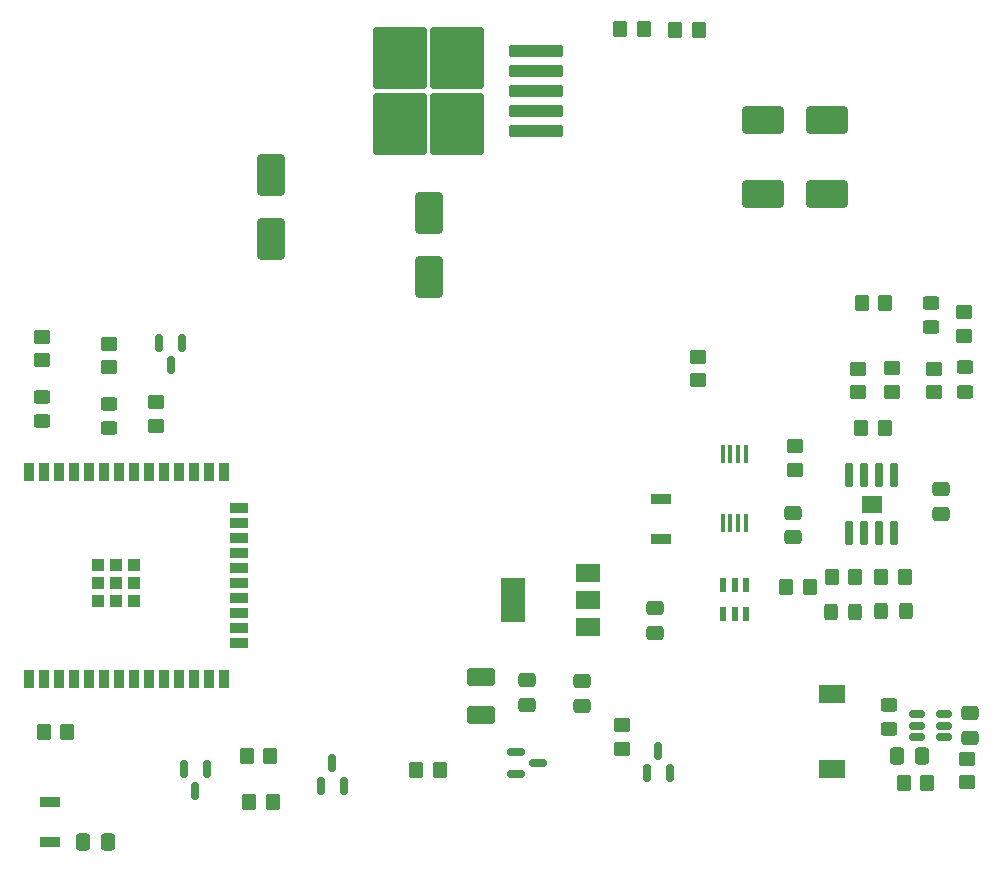
<source format=gbr>
%TF.GenerationSoftware,KiCad,Pcbnew,7.0.2*%
%TF.CreationDate,2024-10-18T19:43:08+03:00*%
%TF.ProjectId,POWER  WATER CIRCUIT,504f5745-5220-4205-9741-544552204349,rev?*%
%TF.SameCoordinates,Original*%
%TF.FileFunction,Paste,Top*%
%TF.FilePolarity,Positive*%
%FSLAX46Y46*%
G04 Gerber Fmt 4.6, Leading zero omitted, Abs format (unit mm)*
G04 Created by KiCad (PCBNEW 7.0.2) date 2024-10-18 19:43:08*
%MOMM*%
%LPD*%
G01*
G04 APERTURE LIST*
G04 Aperture macros list*
%AMRoundRect*
0 Rectangle with rounded corners*
0 $1 Rounding radius*
0 $2 $3 $4 $5 $6 $7 $8 $9 X,Y pos of 4 corners*
0 Add a 4 corners polygon primitive as box body*
4,1,4,$2,$3,$4,$5,$6,$7,$8,$9,$2,$3,0*
0 Add four circle primitives for the rounded corners*
1,1,$1+$1,$2,$3*
1,1,$1+$1,$4,$5*
1,1,$1+$1,$6,$7*
1,1,$1+$1,$8,$9*
0 Add four rect primitives between the rounded corners*
20,1,$1+$1,$2,$3,$4,$5,0*
20,1,$1+$1,$4,$5,$6,$7,0*
20,1,$1+$1,$6,$7,$8,$9,0*
20,1,$1+$1,$8,$9,$2,$3,0*%
G04 Aperture macros list end*
%ADD10C,0.010000*%
%ADD11RoundRect,0.150000X0.150000X-0.587500X0.150000X0.587500X-0.150000X0.587500X-0.150000X-0.587500X0*%
%ADD12RoundRect,0.150000X-0.512500X-0.150000X0.512500X-0.150000X0.512500X0.150000X-0.512500X0.150000X0*%
%ADD13RoundRect,0.250000X-0.350000X-0.450000X0.350000X-0.450000X0.350000X0.450000X-0.350000X0.450000X0*%
%ADD14RoundRect,0.150000X-0.150000X0.587500X-0.150000X-0.587500X0.150000X-0.587500X0.150000X0.587500X0*%
%ADD15RoundRect,0.250000X-0.325000X-0.450000X0.325000X-0.450000X0.325000X0.450000X-0.325000X0.450000X0*%
%ADD16RoundRect,0.250001X0.924999X-0.499999X0.924999X0.499999X-0.924999X0.499999X-0.924999X-0.499999X0*%
%ADD17RoundRect,0.250000X-0.900000X1.500000X-0.900000X-1.500000X0.900000X-1.500000X0.900000X1.500000X0*%
%ADD18RoundRect,0.075000X-0.225000X0.910000X-0.225000X-0.910000X0.225000X-0.910000X0.225000X0.910000X0*%
%ADD19R,1.700000X0.900000*%
%ADD20RoundRect,0.250000X0.450000X-0.350000X0.450000X0.350000X-0.450000X0.350000X-0.450000X-0.350000X0*%
%ADD21R,0.600000X1.250000*%
%ADD22RoundRect,0.250000X0.337500X0.475000X-0.337500X0.475000X-0.337500X-0.475000X0.337500X-0.475000X0*%
%ADD23R,2.200000X1.500000*%
%ADD24RoundRect,0.250000X2.050000X0.300000X-2.050000X0.300000X-2.050000X-0.300000X2.050000X-0.300000X0*%
%ADD25RoundRect,0.250000X2.025000X2.375000X-2.025000X2.375000X-2.025000X-2.375000X2.025000X-2.375000X0*%
%ADD26RoundRect,0.250000X-0.450000X0.350000X-0.450000X-0.350000X0.450000X-0.350000X0.450000X0.350000X0*%
%ADD27RoundRect,0.250000X0.475000X-0.337500X0.475000X0.337500X-0.475000X0.337500X-0.475000X-0.337500X0*%
%ADD28RoundRect,0.250000X0.325000X0.450000X-0.325000X0.450000X-0.325000X-0.450000X0.325000X-0.450000X0*%
%ADD29RoundRect,0.250000X-1.500000X-0.900000X1.500000X-0.900000X1.500000X0.900000X-1.500000X0.900000X0*%
%ADD30RoundRect,0.250000X0.350000X0.450000X-0.350000X0.450000X-0.350000X-0.450000X0.350000X-0.450000X0*%
%ADD31RoundRect,0.250000X-0.337500X-0.475000X0.337500X-0.475000X0.337500X0.475000X-0.337500X0.475000X0*%
%ADD32R,2.000000X1.500000*%
%ADD33R,2.000000X3.800000*%
%ADD34R,0.900000X1.500000*%
%ADD35R,1.500000X0.900000*%
%ADD36R,1.050000X1.050000*%
%ADD37RoundRect,0.250000X-0.450000X0.325000X-0.450000X-0.325000X0.450000X-0.325000X0.450000X0.325000X0*%
%ADD38RoundRect,0.150000X-0.587500X-0.150000X0.587500X-0.150000X0.587500X0.150000X-0.587500X0.150000X0*%
%ADD39RoundRect,0.250000X-0.475000X0.337500X-0.475000X-0.337500X0.475000X-0.337500X0.475000X0.337500X0*%
%ADD40RoundRect,0.050000X0.150000X-0.730000X0.150000X0.730000X-0.150000X0.730000X-0.150000X-0.730000X0*%
G04 APERTURE END LIST*
%TO.C,U2*%
D10*
X140870000Y-97695000D02*
X139230000Y-97695000D01*
X139230000Y-96405000D01*
X140870000Y-96405000D01*
X140870000Y-97695000D01*
G36*
X140870000Y-97695000D02*
G01*
X139230000Y-97695000D01*
X139230000Y-96405000D01*
X140870000Y-96405000D01*
X140870000Y-97695000D01*
G37*
%TD*%
D11*
%TO.C,Q5*%
X93450000Y-120900000D03*
X95350000Y-120900000D03*
X94400000Y-119025000D03*
%TD*%
D12*
%TO.C,U6*%
X143896500Y-114874000D03*
X143896500Y-115824000D03*
X143896500Y-116774000D03*
X146171500Y-116774000D03*
X146171500Y-115824000D03*
X146171500Y-114874000D03*
%TD*%
D13*
%TO.C,R17*%
X87350000Y-122300000D03*
X89350000Y-122300000D03*
%TD*%
D14*
%TO.C,Q4*%
X83750000Y-119525000D03*
X81850000Y-119525000D03*
X82800000Y-121400000D03*
%TD*%
D11*
%TO.C,Q3*%
X121050000Y-119837500D03*
X122000000Y-117962500D03*
X122950000Y-119837500D03*
%TD*%
D15*
%TO.C,D1*%
X136575000Y-106200000D03*
X138625000Y-106200000D03*
%TD*%
D16*
%TO.C,C9*%
X106950000Y-114925000D03*
X106950000Y-111675000D03*
%TD*%
D17*
%TO.C,D12*%
X89154000Y-69182000D03*
X89154000Y-74582000D03*
%TD*%
D18*
%TO.C,U2*%
X141955000Y-94575000D03*
X140685000Y-94575000D03*
X139415000Y-94575000D03*
X138145000Y-94575000D03*
X138145000Y-99525000D03*
X139415000Y-99525000D03*
X140685000Y-99525000D03*
X141955000Y-99525000D03*
%TD*%
D13*
%TO.C,R2*%
X140850000Y-103200000D03*
X142850000Y-103200000D03*
%TD*%
D19*
%TO.C,SW1*%
X70450000Y-122300000D03*
X70450000Y-125700000D03*
%TD*%
D20*
%TO.C,R7*%
X133550000Y-94150000D03*
X133550000Y-92150000D03*
%TD*%
D21*
%TO.C,IC1*%
X129400000Y-103900000D03*
X128450000Y-103900000D03*
X127500000Y-103900000D03*
X127500000Y-106400000D03*
X128450000Y-106400000D03*
X129400000Y-106400000D03*
%TD*%
D22*
%TO.C,C10*%
X75387500Y-125650000D03*
X73312500Y-125650000D03*
%TD*%
D23*
%TO.C,L2*%
X136652000Y-113132000D03*
X136652000Y-119532000D03*
%TD*%
D24*
%TO.C,U1*%
X111650000Y-65500000D03*
X111650000Y-63800000D03*
X111650000Y-62100000D03*
D25*
X104925000Y-64875000D03*
X104925000Y-59325000D03*
X100075000Y-64875000D03*
X100075000Y-59325000D03*
D24*
X111650000Y-60400000D03*
X111650000Y-58700000D03*
%TD*%
D13*
%TO.C,R5*%
X123400000Y-56900000D03*
X125400000Y-56900000D03*
%TD*%
D26*
%TO.C,R11*%
X141732000Y-85550000D03*
X141732000Y-87550000D03*
%TD*%
D27*
%TO.C,C8*%
X110900000Y-114037500D03*
X110900000Y-111962500D03*
%TD*%
D20*
%TO.C,R21*%
X79450000Y-90450000D03*
X79450000Y-88450000D03*
%TD*%
D28*
%TO.C,D2*%
X142925000Y-106100000D03*
X140875000Y-106100000D03*
%TD*%
D13*
%TO.C,R22*%
X142764000Y-120650000D03*
X144764000Y-120650000D03*
%TD*%
D27*
%TO.C,C5*%
X133350000Y-99887500D03*
X133350000Y-97812500D03*
%TD*%
D13*
%TO.C,R6*%
X132800000Y-104050000D03*
X134800000Y-104050000D03*
%TD*%
D29*
%TO.C,D3*%
X130850000Y-64550000D03*
X136250000Y-64550000D03*
%TD*%
D27*
%TO.C,C2*%
X145900000Y-97887500D03*
X145900000Y-95812500D03*
%TD*%
%TO.C,C3*%
X121666000Y-107971500D03*
X121666000Y-105896500D03*
%TD*%
D20*
%TO.C,R16*%
X118950000Y-117800000D03*
X118950000Y-115800000D03*
%TD*%
D30*
%TO.C,R1*%
X138650000Y-103250000D03*
X136650000Y-103250000D03*
%TD*%
D31*
%TO.C,22uF1*%
X142218500Y-118364000D03*
X144293500Y-118364000D03*
%TD*%
D29*
%TO.C,D5*%
X130850000Y-70800000D03*
X136250000Y-70800000D03*
%TD*%
D26*
%TO.C,R9*%
X125350000Y-84600000D03*
X125350000Y-86600000D03*
%TD*%
D14*
%TO.C,Q6*%
X81650000Y-83425000D03*
X79750000Y-83425000D03*
X80700000Y-85300000D03*
%TD*%
D32*
%TO.C,U3*%
X116000000Y-107500000D03*
X116000000Y-105200000D03*
D33*
X109700000Y-105200000D03*
D32*
X116000000Y-102900000D03*
%TD*%
D20*
%TO.C,R12*%
X145288000Y-87614000D03*
X145288000Y-85614000D03*
%TD*%
D13*
%TO.C,R15*%
X101500000Y-119600000D03*
X103500000Y-119600000D03*
%TD*%
D34*
%TO.C,U4*%
X68720000Y-111850000D03*
X69990000Y-111850000D03*
X71260000Y-111850000D03*
X72530000Y-111850000D03*
X73800000Y-111850000D03*
X75070000Y-111850000D03*
X76340000Y-111850000D03*
X77610000Y-111850000D03*
X78880000Y-111850000D03*
X80150000Y-111850000D03*
X81420000Y-111850000D03*
X82690000Y-111850000D03*
X83960000Y-111850000D03*
X85230000Y-111850000D03*
D35*
X86480000Y-108810000D03*
X86480000Y-107540000D03*
X86480000Y-106270000D03*
X86480000Y-105000000D03*
X86480000Y-103730000D03*
X86480000Y-102460000D03*
X86480000Y-101190000D03*
X86480000Y-99920000D03*
X86480000Y-98650000D03*
X86480000Y-97380000D03*
D34*
X85230000Y-94350000D03*
X83960000Y-94350000D03*
X82690000Y-94350000D03*
X81420000Y-94350000D03*
X80150000Y-94350000D03*
X78880000Y-94350000D03*
X77610000Y-94350000D03*
X76340000Y-94350000D03*
X75070000Y-94350000D03*
X73800000Y-94350000D03*
X72530000Y-94350000D03*
X71260000Y-94350000D03*
X69990000Y-94350000D03*
X68720000Y-94350000D03*
D36*
X74535000Y-105305000D03*
X76060000Y-105305000D03*
X77585000Y-105305000D03*
X74535000Y-103780000D03*
X76060000Y-103780000D03*
X77585000Y-103780000D03*
X74535000Y-102255000D03*
X76060000Y-102255000D03*
X77585000Y-102255000D03*
%TD*%
D20*
%TO.C,R23*%
X148082000Y-120634000D03*
X148082000Y-118634000D03*
%TD*%
D37*
%TO.C,D9*%
X75450000Y-88575000D03*
X75450000Y-90625000D03*
%TD*%
%TO.C,D10*%
X141478000Y-114037000D03*
X141478000Y-116087000D03*
%TD*%
%TO.C,D8*%
X69800000Y-88012500D03*
X69800000Y-90062500D03*
%TD*%
D38*
%TO.C,Q2*%
X109900000Y-118050000D03*
X109900000Y-119950000D03*
X111775000Y-119000000D03*
%TD*%
D13*
%TO.C,R4*%
X118750000Y-56850000D03*
X120750000Y-56850000D03*
%TD*%
D39*
%TO.C,C11*%
X148336000Y-114786500D03*
X148336000Y-116861500D03*
%TD*%
D30*
%TO.C,R18*%
X89150000Y-118400000D03*
X87150000Y-118400000D03*
%TD*%
D17*
%TO.C,D4*%
X102600000Y-72400000D03*
X102600000Y-77800000D03*
%TD*%
D26*
%TO.C,R8*%
X138900000Y-85600000D03*
X138900000Y-87600000D03*
%TD*%
D20*
%TO.C,R20*%
X75450000Y-85500000D03*
X75450000Y-83500000D03*
%TD*%
D27*
%TO.C,C7*%
X115500000Y-114137500D03*
X115500000Y-112062500D03*
%TD*%
D20*
%TO.C,R19*%
X69800000Y-84887500D03*
X69800000Y-82887500D03*
%TD*%
D13*
%TO.C,R14*%
X69950000Y-116350000D03*
X71950000Y-116350000D03*
%TD*%
D19*
%TO.C,SW2*%
X122174000Y-99998000D03*
X122174000Y-96598000D03*
%TD*%
D30*
%TO.C,R10*%
X141208000Y-80010000D03*
X139208000Y-80010000D03*
%TD*%
D13*
%TO.C,R3*%
X139150000Y-90650000D03*
X141150000Y-90650000D03*
%TD*%
D20*
%TO.C,R13*%
X147828000Y-82811500D03*
X147828000Y-80811500D03*
%TD*%
D37*
%TO.C,D7*%
X147978000Y-85486500D03*
X147978000Y-87536500D03*
%TD*%
%TO.C,D6*%
X145034000Y-80001000D03*
X145034000Y-82051000D03*
%TD*%
D40*
%TO.C,Q1*%
X127425000Y-98627500D03*
X128075000Y-98627500D03*
X128725000Y-98627500D03*
X129375000Y-98627500D03*
X129375000Y-92867500D03*
X128725000Y-92867500D03*
X128075000Y-92867500D03*
X127425000Y-92867500D03*
%TD*%
M02*

</source>
